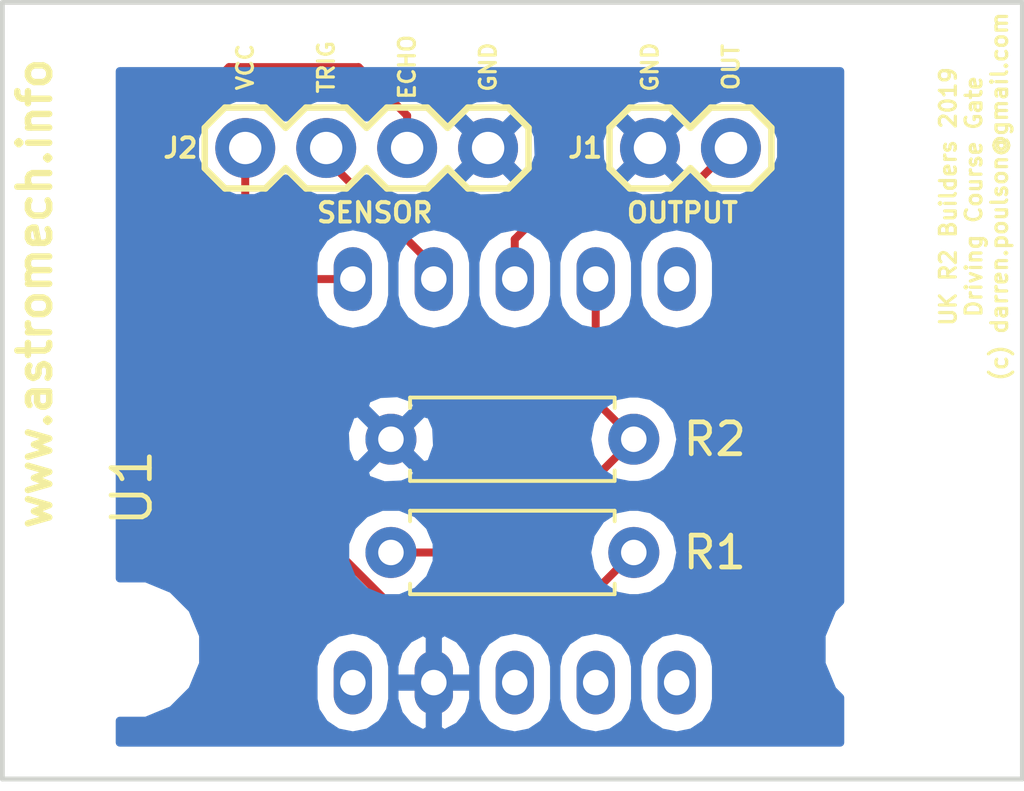
<source format=kicad_pcb>
(kicad_pcb (version 20171130) (host pcbnew 5.0.2-bee76a0~70~ubuntu18.04.1)

  (general
    (thickness 1.6)
    (drawings 12)
    (tracks 22)
    (zones 0)
    (modules 7)
    (nets 12)
  )

  (page A4)
  (layers
    (0 F.Cu signal)
    (31 B.Cu signal)
    (32 B.Adhes user)
    (33 F.Adhes user)
    (34 B.Paste user)
    (35 F.Paste user)
    (36 B.SilkS user)
    (37 F.SilkS user)
    (38 B.Mask user)
    (39 F.Mask user)
    (40 Dwgs.User user)
    (41 Cmts.User user)
    (42 Eco1.User user)
    (43 Eco2.User user)
    (44 Edge.Cuts user)
    (45 Margin user)
    (46 B.CrtYd user)
    (47 F.CrtYd user)
    (48 B.Fab user)
    (49 F.Fab user)
  )

  (setup
    (last_trace_width 0.25)
    (trace_clearance 0.2)
    (zone_clearance 0.508)
    (zone_45_only no)
    (trace_min 0.2)
    (segment_width 0.2)
    (edge_width 0.15)
    (via_size 0.8)
    (via_drill 0.4)
    (via_min_size 0.4)
    (via_min_drill 0.3)
    (uvia_size 0.3)
    (uvia_drill 0.1)
    (uvias_allowed no)
    (uvia_min_size 0.2)
    (uvia_min_drill 0.1)
    (pcb_text_width 0.3)
    (pcb_text_size 1.5 1.5)
    (mod_edge_width 0.15)
    (mod_text_size 1 1)
    (mod_text_width 0.15)
    (pad_size 1.524 1.524)
    (pad_drill 0.762)
    (pad_to_mask_clearance 0.051)
    (solder_mask_min_width 0.25)
    (aux_axis_origin 0 0)
    (visible_elements FFFFFF7F)
    (pcbplotparams
      (layerselection 0x010fc_ffffffff)
      (usegerberextensions false)
      (usegerberattributes false)
      (usegerberadvancedattributes false)
      (creategerberjobfile false)
      (excludeedgelayer true)
      (linewidth 0.100000)
      (plotframeref false)
      (viasonmask false)
      (mode 1)
      (useauxorigin false)
      (hpglpennumber 1)
      (hpglpenspeed 20)
      (hpglpendiameter 15.000000)
      (psnegative false)
      (psa4output false)
      (plotreference true)
      (plotvalue true)
      (plotinvisibletext false)
      (padsonsilk false)
      (subtractmaskfromsilk false)
      (outputformat 1)
      (mirror false)
      (drillshape 0)
      (scaleselection 1)
      (outputdirectory "/home/daz/"))
  )

  (net 0 "")
  (net 1 "Net-(J1-Pad1)")
  (net 2 "Net-(J1-Pad2)")
  (net 3 "Net-(J2-Pad1)")
  (net 4 "Net-(J2-Pad2)")
  (net 5 "Net-(J2-Pad3)")
  (net 6 "Net-(R1-Pad1)")
  (net 7 "Net-(U1-Pad1)")
  (net 8 "Net-(U1-Pad3)")
  (net 9 "Net-(U1-Pad4)")
  (net 10 "Net-(U1-Pad6)")
  (net 11 "Net-(U1-Pad5)")

  (net_class Default "This is the default net class."
    (clearance 0.2)
    (trace_width 0.25)
    (via_dia 0.8)
    (via_drill 0.4)
    (uvia_dia 0.3)
    (uvia_drill 0.1)
    (add_net "Net-(J1-Pad1)")
    (add_net "Net-(J1-Pad2)")
    (add_net "Net-(J2-Pad1)")
    (add_net "Net-(J2-Pad2)")
    (add_net "Net-(J2-Pad3)")
    (add_net "Net-(R1-Pad1)")
    (add_net "Net-(U1-Pad1)")
    (add_net "Net-(U1-Pad3)")
    (add_net "Net-(U1-Pad4)")
    (add_net "Net-(U1-Pad5)")
    (add_net "Net-(U1-Pad6)")
  )

  (module Mounting_Holes:MountingHole_3.2mm_M3 (layer F.Cu) (tedit 5CD89E13) (tstamp 5CD8A0B9)
    (at 147.828 94.996)
    (descr "Mounting Hole 3.2mm, no annular, M3")
    (tags "mounting hole 3.2mm no annular m3")
    (attr virtual)
    (fp_text reference "" (at 0 -4.2) (layer F.SilkS)
      (effects (font (size 1 1) (thickness 0.15)))
    )
    (fp_text value "" (at 0 4.2) (layer F.Fab)
      (effects (font (size 1 1) (thickness 0.15)))
    )
    (fp_circle (center 0 0) (end 3.45 0) (layer F.CrtYd) (width 0.05))
    (fp_circle (center 0 0) (end 3.2 0) (layer Cmts.User) (width 0.15))
    (fp_text user %R (at 0.3 0) (layer F.Fab)
      (effects (font (size 1 1) (thickness 0.15)))
    )
    (pad 1 np_thru_hole circle (at 0 0) (size 3.2 3.2) (drill 3.2) (layers *.Cu *.Mask))
  )

  (module Connectors2:1X02 (layer F.Cu) (tedit 5CD89BC5) (tstamp 5CDE4C11)
    (at 140.208 79.248)
    (descr "PLATED THROUGH HOLE")
    (tags "PLATED THROUGH HOLE")
    (path /5CD6E4CC)
    (attr virtual)
    (fp_text reference J1 (at -2.032 0) (layer F.SilkS)
      (effects (font (size 0.6096 0.6096) (thickness 0.127)))
    )
    (fp_text value OUTPUT (at 1.016 2.032) (layer F.SilkS)
      (effects (font (size 0.6096 0.6096) (thickness 0.127)))
    )
    (fp_line (start -0.635 -1.27) (end 0.635 -1.27) (layer F.SilkS) (width 0.2032))
    (fp_line (start 0.635 -1.27) (end 1.27 -0.635) (layer F.SilkS) (width 0.2032))
    (fp_line (start 1.27 0.635) (end 0.635 1.27) (layer F.SilkS) (width 0.2032))
    (fp_line (start 1.27 -0.635) (end 1.905 -1.27) (layer F.SilkS) (width 0.2032))
    (fp_line (start 1.905 -1.27) (end 3.175 -1.27) (layer F.SilkS) (width 0.2032))
    (fp_line (start 3.175 -1.27) (end 3.81 -0.635) (layer F.SilkS) (width 0.2032))
    (fp_line (start 3.81 0.635) (end 3.175 1.27) (layer F.SilkS) (width 0.2032))
    (fp_line (start 3.175 1.27) (end 1.905 1.27) (layer F.SilkS) (width 0.2032))
    (fp_line (start 1.905 1.27) (end 1.27 0.635) (layer F.SilkS) (width 0.2032))
    (fp_line (start -1.27 -0.635) (end -1.27 0.635) (layer F.SilkS) (width 0.2032))
    (fp_line (start -0.635 -1.27) (end -1.27 -0.635) (layer F.SilkS) (width 0.2032))
    (fp_line (start -1.27 0.635) (end -0.635 1.27) (layer F.SilkS) (width 0.2032))
    (fp_line (start 0.635 1.27) (end -0.635 1.27) (layer F.SilkS) (width 0.2032))
    (fp_line (start 3.81 -0.635) (end 3.81 0.635) (layer F.SilkS) (width 0.2032))
    (pad 1 thru_hole circle (at 0 0) (size 1.8796 1.8796) (drill 1.016) (layers *.Cu *.Mask)
      (net 1 "Net-(J1-Pad1)") (solder_mask_margin 0.1016))
    (pad 2 thru_hole circle (at 2.54 0) (size 1.8796 1.8796) (drill 1.016) (layers *.Cu *.Mask)
      (net 2 "Net-(J1-Pad2)") (solder_mask_margin 0.1016))
  )

  (module Connectors2:1X04 (layer F.Cu) (tedit 5963D2C6) (tstamp 5CDE4C33)
    (at 127.508 79.248)
    (descr "PLATED THROUGH HOLE - 4 PIN")
    (tags "PLATED THROUGH HOLE - 4 PIN")
    (path /5CD6E280)
    (attr virtual)
    (fp_text reference J2 (at -2.032 0) (layer F.SilkS)
      (effects (font (size 0.6096 0.6096) (thickness 0.127)))
    )
    (fp_text value SENSOR (at 4.064 2.032) (layer F.SilkS)
      (effects (font (size 0.6096 0.6096) (thickness 0.127)))
    )
    (fp_line (start 6.985 -1.27) (end 8.255 -1.27) (layer F.SilkS) (width 0.2032))
    (fp_line (start 8.255 -1.27) (end 8.89 -0.635) (layer F.SilkS) (width 0.2032))
    (fp_line (start 8.89 0.635) (end 8.255 1.27) (layer F.SilkS) (width 0.2032))
    (fp_line (start 3.81 -0.635) (end 4.445 -1.27) (layer F.SilkS) (width 0.2032))
    (fp_line (start 4.445 -1.27) (end 5.715 -1.27) (layer F.SilkS) (width 0.2032))
    (fp_line (start 5.715 -1.27) (end 6.35 -0.635) (layer F.SilkS) (width 0.2032))
    (fp_line (start 6.35 0.635) (end 5.715 1.27) (layer F.SilkS) (width 0.2032))
    (fp_line (start 5.715 1.27) (end 4.445 1.27) (layer F.SilkS) (width 0.2032))
    (fp_line (start 4.445 1.27) (end 3.81 0.635) (layer F.SilkS) (width 0.2032))
    (fp_line (start 6.985 -1.27) (end 6.35 -0.635) (layer F.SilkS) (width 0.2032))
    (fp_line (start 6.35 0.635) (end 6.985 1.27) (layer F.SilkS) (width 0.2032))
    (fp_line (start 8.255 1.27) (end 6.985 1.27) (layer F.SilkS) (width 0.2032))
    (fp_line (start -0.635 -1.27) (end 0.635 -1.27) (layer F.SilkS) (width 0.2032))
    (fp_line (start 0.635 -1.27) (end 1.27 -0.635) (layer F.SilkS) (width 0.2032))
    (fp_line (start 1.27 0.635) (end 0.635 1.27) (layer F.SilkS) (width 0.2032))
    (fp_line (start 1.27 -0.635) (end 1.905 -1.27) (layer F.SilkS) (width 0.2032))
    (fp_line (start 1.905 -1.27) (end 3.175 -1.27) (layer F.SilkS) (width 0.2032))
    (fp_line (start 3.175 -1.27) (end 3.81 -0.635) (layer F.SilkS) (width 0.2032))
    (fp_line (start 3.81 0.635) (end 3.175 1.27) (layer F.SilkS) (width 0.2032))
    (fp_line (start 3.175 1.27) (end 1.905 1.27) (layer F.SilkS) (width 0.2032))
    (fp_line (start 1.905 1.27) (end 1.27 0.635) (layer F.SilkS) (width 0.2032))
    (fp_line (start -1.27 -0.635) (end -1.27 0.635) (layer F.SilkS) (width 0.2032))
    (fp_line (start -0.635 -1.27) (end -1.27 -0.635) (layer F.SilkS) (width 0.2032))
    (fp_line (start -1.27 0.635) (end -0.635 1.27) (layer F.SilkS) (width 0.2032))
    (fp_line (start 0.635 1.27) (end -0.635 1.27) (layer F.SilkS) (width 0.2032))
    (fp_line (start 8.89 -0.635) (end 8.89 0.635) (layer F.SilkS) (width 0.2032))
    (pad 1 thru_hole circle (at 0 0) (size 1.8796 1.8796) (drill 1.016) (layers *.Cu *.Mask)
      (net 3 "Net-(J2-Pad1)") (solder_mask_margin 0.1016))
    (pad 2 thru_hole circle (at 2.54 0) (size 1.8796 1.8796) (drill 1.016) (layers *.Cu *.Mask)
      (net 4 "Net-(J2-Pad2)") (solder_mask_margin 0.1016))
    (pad 3 thru_hole circle (at 5.08 0) (size 1.8796 1.8796) (drill 1.016) (layers *.Cu *.Mask)
      (net 5 "Net-(J2-Pad3)") (solder_mask_margin 0.1016))
    (pad 4 thru_hole circle (at 7.62 0) (size 1.8796 1.8796) (drill 1.016) (layers *.Cu *.Mask)
      (net 1 "Net-(J1-Pad1)") (solder_mask_margin 0.1016))
  )

  (module Resistors_THT:R_Axial_DIN0207_L6.3mm_D2.5mm_P7.62mm_Horizontal (layer F.Cu) (tedit 5874F706) (tstamp 5CDE4C49)
    (at 132.08 91.948)
    (descr "Resistor, Axial_DIN0207 series, Axial, Horizontal, pin pitch=7.62mm, 0.25W = 1/4W, length*diameter=6.3*2.5mm^2, http://cdn-reichelt.de/documents/datenblatt/B400/1_4W%23YAG.pdf")
    (tags "Resistor Axial_DIN0207 series Axial Horizontal pin pitch 7.62mm 0.25W = 1/4W length 6.3mm diameter 2.5mm")
    (path /5CD6F01E)
    (fp_text reference R1 (at 10.16 0) (layer F.SilkS)
      (effects (font (size 1 1) (thickness 0.15)))
    )
    (fp_text value R (at 3.556 0) (layer F.Fab)
      (effects (font (size 1 1) (thickness 0.15)))
    )
    (fp_line (start 8.7 -1.6) (end -1.05 -1.6) (layer F.CrtYd) (width 0.05))
    (fp_line (start 8.7 1.6) (end 8.7 -1.6) (layer F.CrtYd) (width 0.05))
    (fp_line (start -1.05 1.6) (end 8.7 1.6) (layer F.CrtYd) (width 0.05))
    (fp_line (start -1.05 -1.6) (end -1.05 1.6) (layer F.CrtYd) (width 0.05))
    (fp_line (start 7.02 1.31) (end 7.02 0.98) (layer F.SilkS) (width 0.12))
    (fp_line (start 0.6 1.31) (end 7.02 1.31) (layer F.SilkS) (width 0.12))
    (fp_line (start 0.6 0.98) (end 0.6 1.31) (layer F.SilkS) (width 0.12))
    (fp_line (start 7.02 -1.31) (end 7.02 -0.98) (layer F.SilkS) (width 0.12))
    (fp_line (start 0.6 -1.31) (end 7.02 -1.31) (layer F.SilkS) (width 0.12))
    (fp_line (start 0.6 -0.98) (end 0.6 -1.31) (layer F.SilkS) (width 0.12))
    (fp_line (start 7.62 0) (end 6.96 0) (layer F.Fab) (width 0.1))
    (fp_line (start 0 0) (end 0.66 0) (layer F.Fab) (width 0.1))
    (fp_line (start 6.96 -1.25) (end 0.66 -1.25) (layer F.Fab) (width 0.1))
    (fp_line (start 6.96 1.25) (end 6.96 -1.25) (layer F.Fab) (width 0.1))
    (fp_line (start 0.66 1.25) (end 6.96 1.25) (layer F.Fab) (width 0.1))
    (fp_line (start 0.66 -1.25) (end 0.66 1.25) (layer F.Fab) (width 0.1))
    (pad 2 thru_hole oval (at 7.62 0) (size 1.6 1.6) (drill 0.8) (layers *.Cu *.Mask)
      (net 5 "Net-(J2-Pad3)"))
    (pad 1 thru_hole circle (at 0 0) (size 1.6 1.6) (drill 0.8) (layers *.Cu *.Mask)
      (net 6 "Net-(R1-Pad1)"))
    (model ${KISYS3DMOD}/Resistors_THT.3dshapes/R_Axial_DIN0207_L6.3mm_D2.5mm_P7.62mm_Horizontal.wrl
      (at (xyz 0 0 0))
      (scale (xyz 0.393701 0.393701 0.393701))
      (rotate (xyz 0 0 0))
    )
  )

  (module Resistors_THT:R_Axial_DIN0207_L6.3mm_D2.5mm_P7.62mm_Horizontal (layer F.Cu) (tedit 5CD89C9E) (tstamp 5CDE4C5F)
    (at 132.08 88.392)
    (descr "Resistor, Axial_DIN0207 series, Axial, Horizontal, pin pitch=7.62mm, 0.25W = 1/4W, length*diameter=6.3*2.5mm^2, http://cdn-reichelt.de/documents/datenblatt/B400/1_4W%23YAG.pdf")
    (tags "Resistor Axial_DIN0207 series Axial Horizontal pin pitch 7.62mm 0.25W = 1/4W length 6.3mm diameter 2.5mm")
    (path /5CD6F1E9)
    (fp_text reference R2 (at 10.16 0) (layer F.SilkS)
      (effects (font (size 1 1) (thickness 0.15)))
    )
    (fp_text value R (at 3.556 0) (layer F.Fab)
      (effects (font (size 1 1) (thickness 0.15)))
    )
    (fp_line (start 0.66 -1.25) (end 0.66 1.25) (layer F.Fab) (width 0.1))
    (fp_line (start 0.66 1.25) (end 6.96 1.25) (layer F.Fab) (width 0.1))
    (fp_line (start 6.96 1.25) (end 6.96 -1.25) (layer F.Fab) (width 0.1))
    (fp_line (start 6.96 -1.25) (end 0.66 -1.25) (layer F.Fab) (width 0.1))
    (fp_line (start 0 0) (end 0.66 0) (layer F.Fab) (width 0.1))
    (fp_line (start 7.62 0) (end 6.96 0) (layer F.Fab) (width 0.1))
    (fp_line (start 0.6 -0.98) (end 0.6 -1.31) (layer F.SilkS) (width 0.12))
    (fp_line (start 0.6 -1.31) (end 7.02 -1.31) (layer F.SilkS) (width 0.12))
    (fp_line (start 7.02 -1.31) (end 7.02 -0.98) (layer F.SilkS) (width 0.12))
    (fp_line (start 0.6 0.98) (end 0.6 1.31) (layer F.SilkS) (width 0.12))
    (fp_line (start 0.6 1.31) (end 7.02 1.31) (layer F.SilkS) (width 0.12))
    (fp_line (start 7.02 1.31) (end 7.02 0.98) (layer F.SilkS) (width 0.12))
    (fp_line (start -1.05 -1.6) (end -1.05 1.6) (layer F.CrtYd) (width 0.05))
    (fp_line (start -1.05 1.6) (end 8.7 1.6) (layer F.CrtYd) (width 0.05))
    (fp_line (start 8.7 1.6) (end 8.7 -1.6) (layer F.CrtYd) (width 0.05))
    (fp_line (start 8.7 -1.6) (end -1.05 -1.6) (layer F.CrtYd) (width 0.05))
    (pad 1 thru_hole circle (at 0 0) (size 1.6 1.6) (drill 0.8) (layers *.Cu *.Mask)
      (net 1 "Net-(J1-Pad1)"))
    (pad 2 thru_hole oval (at 7.62 0) (size 1.6 1.6) (drill 0.8) (layers *.Cu *.Mask)
      (net 6 "Net-(R1-Pad1)"))
    (model ${KISYS3DMOD}/Resistors_THT.3dshapes/R_Axial_DIN0207_L6.3mm_D2.5mm_P7.62mm_Horizontal.wrl
      (at (xyz 0 0 0))
      (scale (xyz 0.393701 0.393701 0.393701))
      (rotate (xyz 0 0 0))
    )
  )

  (module SW-Adafruit:Trinket (layer F.Cu) (tedit 584A9554) (tstamp 5CDE4C71)
    (at 135.965001 89.698001)
    (path /5CD6E0F0)
    (fp_text reference U1 (at -12.013001 0.217999 270) (layer F.SilkS)
      (effects (font (size 1.2 1.2) (thickness 0.15)))
    )
    (fp_text value Trinket (at -12.013001 -4.354001 90) (layer F.Fab)
      (effects (font (size 1.2 1.2) (thickness 0.15)))
    )
    (fp_line (start -13.97 7.835) (end 12.67 7.835) (layer F.CrtYd) (width 0.15))
    (fp_line (start 12.67 7.835) (end 12.67 -7.835) (layer F.CrtYd) (width 0.15))
    (fp_line (start 12.67 -7.835) (end -13.97 -7.835) (layer F.CrtYd) (width 0.15))
    (fp_line (start -13.97 -7.835) (end -13.97 7.835) (layer F.CrtYd) (width 0.15))
    (pad 10 thru_hole oval (at -5.08 -6.335) (size 1.2 2) (drill 0.8) (layers *.Cu *.Mask)
      (net 3 "Net-(J2-Pad1)"))
    (pad 1 thru_hole oval (at -5.08 6.335) (size 1.2 2) (drill 0.8) (layers *.Cu *.Mask)
      (net 7 "Net-(U1-Pad1)"))
    (pad 9 thru_hole oval (at -2.54 -6.335) (size 1.2 2) (drill 0.8) (layers *.Cu *.Mask)
      (net 4 "Net-(J2-Pad2)"))
    (pad 2 thru_hole oval (at -2.54 6.335) (size 1.2 2) (drill 0.8) (layers *.Cu *.Mask)
      (net 1 "Net-(J1-Pad1)"))
    (pad 8 thru_hole oval (at 0 -6.335) (size 1.2 2) (drill 0.8) (layers *.Cu *.Mask)
      (net 2 "Net-(J1-Pad2)"))
    (pad 3 thru_hole oval (at 0 6.335) (size 1.2 2) (drill 0.8) (layers *.Cu *.Mask)
      (net 8 "Net-(U1-Pad3)"))
    (pad 7 thru_hole oval (at 2.54 -6.335) (size 1.2 2) (drill 0.8) (layers *.Cu *.Mask)
      (net 6 "Net-(R1-Pad1)"))
    (pad 4 thru_hole oval (at 2.54 6.335) (size 1.2 2) (drill 0.8) (layers *.Cu *.Mask)
      (net 9 "Net-(U1-Pad4)"))
    (pad 6 thru_hole oval (at 5.08 -6.335) (size 1.2 2) (drill 0.8) (layers *.Cu *.Mask)
      (net 10 "Net-(U1-Pad6)"))
    (pad 5 thru_hole oval (at 5.08 6.335) (size 1.2 2) (drill 0.8) (layers *.Cu *.Mask)
      (net 11 "Net-(U1-Pad5)"))
  )

  (module Mounting_Holes:MountingHole_3.2mm_M3 (layer F.Cu) (tedit 5CD89E13) (tstamp 5CD89F7B)
    (at 123.952 94.996)
    (descr "Mounting Hole 3.2mm, no annular, M3")
    (tags "mounting hole 3.2mm no annular m3")
    (attr virtual)
    (fp_text reference "" (at 0 -4.2) (layer F.SilkS)
      (effects (font (size 1 1) (thickness 0.15)))
    )
    (fp_text value "" (at 0 4.2) (layer F.Fab)
      (effects (font (size 1 1) (thickness 0.15)))
    )
    (fp_text user %R (at 0.3 0) (layer F.Fab)
      (effects (font (size 1 1) (thickness 0.15)))
    )
    (fp_circle (center 0 0) (end 3.2 0) (layer Cmts.User) (width 0.15))
    (fp_circle (center 0 0) (end 3.45 0) (layer F.CrtYd) (width 0.05))
    (pad 1 np_thru_hole circle (at 0 0) (size 3.2 3.2) (drill 3.2) (layers *.Cu *.Mask))
  )

  (gr_text www.astromech.info (at 120.904 83.82 90) (layer F.SilkS)
    (effects (font (size 1 1) (thickness 0.2)))
  )
  (gr_text "UK R2 Builders 2019\nDriving Course Gate\n(c) darren.poulson@gmail.com" (at 150.368 80.772 90) (layer F.SilkS)
    (effects (font (size 0.5 0.5) (thickness 0.1)))
  )
  (gr_text GND (at 135.128 76.708 90) (layer F.SilkS) (tstamp 5CD89D09)
    (effects (font (size 0.5 0.5) (thickness 0.1)))
  )
  (gr_text ECHO (at 132.588 76.708 90) (layer F.SilkS) (tstamp 5CD89D09)
    (effects (font (size 0.5 0.5) (thickness 0.1)))
  )
  (gr_text TRIG (at 130.048 76.708 90) (layer F.SilkS) (tstamp 5CD89D09)
    (effects (font (size 0.5 0.5) (thickness 0.1)))
  )
  (gr_text VCC (at 127.508 76.708 90) (layer F.SilkS) (tstamp 5CD89D09)
    (effects (font (size 0.5 0.5) (thickness 0.1)))
  )
  (gr_text OUT (at 142.748 76.708 90) (layer F.SilkS) (tstamp 5CD89D09)
    (effects (font (size 0.5 0.5) (thickness 0.1)))
  )
  (gr_text GND (at 140.208 76.708 90) (layer F.SilkS)
    (effects (font (size 0.5 0.5) (thickness 0.1)))
  )
  (gr_line (start 119.888 99.06) (end 119.888 74.676) (layer Edge.Cuts) (width 0.15))
  (gr_line (start 151.892 99.06) (end 119.888 99.06) (layer Edge.Cuts) (width 0.15))
  (gr_line (start 151.892 74.676) (end 151.892 99.06) (layer Edge.Cuts) (width 0.15))
  (gr_line (start 119.888 74.676) (end 151.892 74.676) (layer Edge.Cuts) (width 0.15))

  (segment (start 135.965001 82.113001) (end 136.798002 81.28) (width 0.25) (layer F.Cu) (net 2))
  (segment (start 135.965001 83.363001) (end 135.965001 82.113001) (width 0.25) (layer F.Cu) (net 2))
  (segment (start 140.716 81.28) (end 142.748 79.248) (width 0.25) (layer F.Cu) (net 2))
  (segment (start 136.798002 81.28) (end 140.716 81.28) (width 0.25) (layer F.Cu) (net 2))
  (segment (start 130.885001 83.363001) (end 128.575001 83.363001) (width 0.25) (layer F.Cu) (net 3))
  (segment (start 128.575001 83.363001) (end 127.508 82.296) (width 0.25) (layer F.Cu) (net 3))
  (segment (start 127.508 82.296) (end 127.508 79.248) (width 0.25) (layer F.Cu) (net 3))
  (segment (start 130.048 79.586) (end 130.048 79.248) (width 0.25) (layer F.Cu) (net 4))
  (segment (start 133.425001 82.963001) (end 130.048 79.586) (width 0.25) (layer F.Cu) (net 4))
  (segment (start 133.425001 83.363001) (end 133.425001 82.963001) (width 0.25) (layer F.Cu) (net 4))
  (segment (start 131.064 76.708) (end 132.588 78.232) (width 0.25) (layer F.Cu) (net 5))
  (segment (start 132.446998 93.98) (end 125.476 87.009002) (width 0.25) (layer F.Cu) (net 5))
  (segment (start 132.588 78.232) (end 132.588 79.248) (width 0.25) (layer F.Cu) (net 5))
  (segment (start 125.476 87.009002) (end 125.476 78.232) (width 0.25) (layer F.Cu) (net 5))
  (segment (start 137.668 93.98) (end 132.446998 93.98) (width 0.25) (layer F.Cu) (net 5))
  (segment (start 127 76.708) (end 131.064 76.708) (width 0.25) (layer F.Cu) (net 5))
  (segment (start 139.7 91.948) (end 137.668 93.98) (width 0.25) (layer F.Cu) (net 5))
  (segment (start 125.476 78.232) (end 127 76.708) (width 0.25) (layer F.Cu) (net 5))
  (segment (start 138.505001 87.197001) (end 139.7 88.392) (width 0.25) (layer F.Cu) (net 6))
  (segment (start 138.505001 83.363001) (end 138.505001 87.197001) (width 0.25) (layer F.Cu) (net 6))
  (segment (start 136.144 91.948) (end 139.7 88.392) (width 0.25) (layer F.Cu) (net 6))
  (segment (start 132.08 91.948) (end 136.144 91.948) (width 0.25) (layer F.Cu) (net 6))

  (zone (net 1) (net_name "Net-(J1-Pad1)") (layer B.Cu) (tstamp 0) (hatch edge 0.508)
    (connect_pads (clearance 0.508))
    (min_thickness 0.254)
    (fill yes (arc_segments 16) (thermal_gap 0.508) (thermal_bridge_width 0.508))
    (polygon
      (pts
        (xy 123.444 76.708) (xy 146.304 76.708) (xy 146.304 98.044) (xy 123.444 98.044)
      )
    )
    (filled_polygon
      (pts
        (xy 146.177 93.486233) (xy 145.933259 93.729974) (xy 145.593 94.551431) (xy 145.593 95.440569) (xy 145.933259 96.262026)
        (xy 146.177 96.505767) (xy 146.177 97.917) (xy 123.571 97.917) (xy 123.571 97.231) (xy 124.396569 97.231)
        (xy 125.218026 96.890741) (xy 125.846741 96.262026) (xy 126.157674 95.511366) (xy 129.650001 95.511366) (xy 129.650001 96.554637)
        (xy 129.721657 96.914874) (xy 129.994617 97.323386) (xy 130.403129 97.596345) (xy 130.885001 97.692196) (xy 131.366874 97.596345)
        (xy 131.775386 97.323386) (xy 132.048345 96.914874) (xy 132.120001 96.554636) (xy 132.120001 96.160001) (xy 132.190001 96.160001)
        (xy 132.190001 96.560001) (xy 132.332611 97.022948) (xy 132.641527 97.396081) (xy 133.06972 97.622593) (xy 133.107392 97.626463)
        (xy 133.298001 97.501732) (xy 133.298001 96.160001) (xy 133.552001 96.160001) (xy 133.552001 97.501732) (xy 133.74261 97.626463)
        (xy 133.780282 97.622593) (xy 134.208475 97.396081) (xy 134.517391 97.022948) (xy 134.660001 96.560001) (xy 134.660001 96.160001)
        (xy 133.552001 96.160001) (xy 133.298001 96.160001) (xy 132.190001 96.160001) (xy 132.120001 96.160001) (xy 132.120001 95.511365)
        (xy 132.118935 95.506001) (xy 132.190001 95.506001) (xy 132.190001 95.906001) (xy 133.298001 95.906001) (xy 133.298001 94.56427)
        (xy 133.552001 94.56427) (xy 133.552001 95.906001) (xy 134.660001 95.906001) (xy 134.660001 95.511366) (xy 134.730001 95.511366)
        (xy 134.730001 96.554637) (xy 134.801657 96.914874) (xy 135.074617 97.323386) (xy 135.483129 97.596345) (xy 135.965001 97.692196)
        (xy 136.446874 97.596345) (xy 136.855386 97.323386) (xy 137.128345 96.914874) (xy 137.200001 96.554636) (xy 137.200001 95.511366)
        (xy 137.270001 95.511366) (xy 137.270001 96.554637) (xy 137.341657 96.914874) (xy 137.614617 97.323386) (xy 138.023129 97.596345)
        (xy 138.505001 97.692196) (xy 138.986874 97.596345) (xy 139.395386 97.323386) (xy 139.668345 96.914874) (xy 139.740001 96.554636)
        (xy 139.740001 95.511366) (xy 139.810001 95.511366) (xy 139.810001 96.554637) (xy 139.881657 96.914874) (xy 140.154617 97.323386)
        (xy 140.563129 97.596345) (xy 141.045001 97.692196) (xy 141.526874 97.596345) (xy 141.935386 97.323386) (xy 142.208345 96.914874)
        (xy 142.280001 96.554636) (xy 142.280001 95.511365) (xy 142.208345 95.151128) (xy 141.935386 94.742616) (xy 141.526873 94.469657)
        (xy 141.045001 94.373806) (xy 140.563128 94.469657) (xy 140.154616 94.742616) (xy 139.881657 95.151129) (xy 139.810001 95.511366)
        (xy 139.740001 95.511366) (xy 139.740001 95.511365) (xy 139.668345 95.151128) (xy 139.395386 94.742616) (xy 138.986873 94.469657)
        (xy 138.505001 94.373806) (xy 138.023128 94.469657) (xy 137.614616 94.742616) (xy 137.341657 95.151129) (xy 137.270001 95.511366)
        (xy 137.200001 95.511366) (xy 137.200001 95.511365) (xy 137.128345 95.151128) (xy 136.855386 94.742616) (xy 136.446873 94.469657)
        (xy 135.965001 94.373806) (xy 135.483128 94.469657) (xy 135.074616 94.742616) (xy 134.801657 95.151129) (xy 134.730001 95.511366)
        (xy 134.660001 95.511366) (xy 134.660001 95.506001) (xy 134.517391 95.043054) (xy 134.208475 94.669921) (xy 133.780282 94.443409)
        (xy 133.74261 94.439539) (xy 133.552001 94.56427) (xy 133.298001 94.56427) (xy 133.107392 94.439539) (xy 133.06972 94.443409)
        (xy 132.641527 94.669921) (xy 132.332611 95.043054) (xy 132.190001 95.506001) (xy 132.118935 95.506001) (xy 132.048345 95.151128)
        (xy 131.775386 94.742616) (xy 131.366873 94.469657) (xy 130.885001 94.373806) (xy 130.403128 94.469657) (xy 129.994616 94.742616)
        (xy 129.721657 95.151129) (xy 129.650001 95.511366) (xy 126.157674 95.511366) (xy 126.187 95.440569) (xy 126.187 94.551431)
        (xy 125.846741 93.729974) (xy 125.218026 93.101259) (xy 124.396569 92.761) (xy 123.571 92.761) (xy 123.571 91.662561)
        (xy 130.645 91.662561) (xy 130.645 92.233439) (xy 130.863466 92.760862) (xy 131.267138 93.164534) (xy 131.794561 93.383)
        (xy 132.365439 93.383) (xy 132.892862 93.164534) (xy 133.296534 92.760862) (xy 133.515 92.233439) (xy 133.515 91.948)
        (xy 138.236887 91.948) (xy 138.34826 92.507909) (xy 138.665423 92.982577) (xy 139.140091 93.29974) (xy 139.558667 93.383)
        (xy 139.841333 93.383) (xy 140.259909 93.29974) (xy 140.734577 92.982577) (xy 141.05174 92.507909) (xy 141.163113 91.948)
        (xy 141.05174 91.388091) (xy 140.734577 90.913423) (xy 140.259909 90.59626) (xy 139.841333 90.513) (xy 139.558667 90.513)
        (xy 139.140091 90.59626) (xy 138.665423 90.913423) (xy 138.34826 91.388091) (xy 138.236887 91.948) (xy 133.515 91.948)
        (xy 133.515 91.662561) (xy 133.296534 91.135138) (xy 132.892862 90.731466) (xy 132.365439 90.513) (xy 131.794561 90.513)
        (xy 131.267138 90.731466) (xy 130.863466 91.135138) (xy 130.645 91.662561) (xy 123.571 91.662561) (xy 123.571 89.399745)
        (xy 131.251861 89.399745) (xy 131.325995 89.645864) (xy 131.863223 89.838965) (xy 132.433454 89.811778) (xy 132.834005 89.645864)
        (xy 132.908139 89.399745) (xy 132.08 88.571605) (xy 131.251861 89.399745) (xy 123.571 89.399745) (xy 123.571 88.175223)
        (xy 130.633035 88.175223) (xy 130.660222 88.745454) (xy 130.826136 89.146005) (xy 131.072255 89.220139) (xy 131.900395 88.392)
        (xy 132.259605 88.392) (xy 133.087745 89.220139) (xy 133.333864 89.146005) (xy 133.526965 88.608777) (xy 133.51663 88.392)
        (xy 138.236887 88.392) (xy 138.34826 88.951909) (xy 138.665423 89.426577) (xy 139.140091 89.74374) (xy 139.558667 89.827)
        (xy 139.841333 89.827) (xy 140.259909 89.74374) (xy 140.734577 89.426577) (xy 141.05174 88.951909) (xy 141.163113 88.392)
        (xy 141.05174 87.832091) (xy 140.734577 87.357423) (xy 140.259909 87.04026) (xy 139.841333 86.957) (xy 139.558667 86.957)
        (xy 139.140091 87.04026) (xy 138.665423 87.357423) (xy 138.34826 87.832091) (xy 138.236887 88.392) (xy 133.51663 88.392)
        (xy 133.499778 88.038546) (xy 133.333864 87.637995) (xy 133.087745 87.563861) (xy 132.259605 88.392) (xy 131.900395 88.392)
        (xy 131.072255 87.563861) (xy 130.826136 87.637995) (xy 130.633035 88.175223) (xy 123.571 88.175223) (xy 123.571 87.384255)
        (xy 131.251861 87.384255) (xy 132.08 88.212395) (xy 132.908139 87.384255) (xy 132.834005 87.138136) (xy 132.296777 86.945035)
        (xy 131.726546 86.972222) (xy 131.325995 87.138136) (xy 131.251861 87.384255) (xy 123.571 87.384255) (xy 123.571 82.841366)
        (xy 129.650001 82.841366) (xy 129.650001 83.884637) (xy 129.721657 84.244874) (xy 129.994617 84.653386) (xy 130.403129 84.926345)
        (xy 130.885001 85.022196) (xy 131.366874 84.926345) (xy 131.775386 84.653386) (xy 132.048345 84.244874) (xy 132.120001 83.884636)
        (xy 132.120001 82.841366) (xy 132.190001 82.841366) (xy 132.190001 83.884637) (xy 132.261657 84.244874) (xy 132.534617 84.653386)
        (xy 132.943129 84.926345) (xy 133.425001 85.022196) (xy 133.906874 84.926345) (xy 134.315386 84.653386) (xy 134.588345 84.244874)
        (xy 134.660001 83.884636) (xy 134.660001 82.841366) (xy 134.730001 82.841366) (xy 134.730001 83.884637) (xy 134.801657 84.244874)
        (xy 135.074617 84.653386) (xy 135.483129 84.926345) (xy 135.965001 85.022196) (xy 136.446874 84.926345) (xy 136.855386 84.653386)
        (xy 137.128345 84.244874) (xy 137.200001 83.884636) (xy 137.200001 82.841366) (xy 137.270001 82.841366) (xy 137.270001 83.884637)
        (xy 137.341657 84.244874) (xy 137.614617 84.653386) (xy 138.023129 84.926345) (xy 138.505001 85.022196) (xy 138.986874 84.926345)
        (xy 139.395386 84.653386) (xy 139.668345 84.244874) (xy 139.740001 83.884636) (xy 139.740001 82.841366) (xy 139.810001 82.841366)
        (xy 139.810001 83.884637) (xy 139.881657 84.244874) (xy 140.154617 84.653386) (xy 140.563129 84.926345) (xy 141.045001 85.022196)
        (xy 141.526874 84.926345) (xy 141.935386 84.653386) (xy 142.208345 84.244874) (xy 142.280001 83.884636) (xy 142.280001 82.841365)
        (xy 142.208345 82.481128) (xy 141.935386 82.072616) (xy 141.526873 81.799657) (xy 141.045001 81.703806) (xy 140.563128 81.799657)
        (xy 140.154616 82.072616) (xy 139.881657 82.481129) (xy 139.810001 82.841366) (xy 139.740001 82.841366) (xy 139.740001 82.841365)
        (xy 139.668345 82.481128) (xy 139.395386 82.072616) (xy 138.986873 81.799657) (xy 138.505001 81.703806) (xy 138.023128 81.799657)
        (xy 137.614616 82.072616) (xy 137.341657 82.481129) (xy 137.270001 82.841366) (xy 137.200001 82.841366) (xy 137.200001 82.841365)
        (xy 137.128345 82.481128) (xy 136.855386 82.072616) (xy 136.446873 81.799657) (xy 135.965001 81.703806) (xy 135.483128 81.799657)
        (xy 135.074616 82.072616) (xy 134.801657 82.481129) (xy 134.730001 82.841366) (xy 134.660001 82.841366) (xy 134.660001 82.841365)
        (xy 134.588345 82.481128) (xy 134.315386 82.072616) (xy 133.906873 81.799657) (xy 133.425001 81.703806) (xy 132.943128 81.799657)
        (xy 132.534616 82.072616) (xy 132.261657 82.481129) (xy 132.190001 82.841366) (xy 132.120001 82.841366) (xy 132.120001 82.841365)
        (xy 132.048345 82.481128) (xy 131.775386 82.072616) (xy 131.366873 81.799657) (xy 130.885001 81.703806) (xy 130.403128 81.799657)
        (xy 129.994616 82.072616) (xy 129.721657 82.481129) (xy 129.650001 82.841366) (xy 123.571 82.841366) (xy 123.571 78.934753)
        (xy 125.9332 78.934753) (xy 125.9332 79.561247) (xy 126.172949 80.140052) (xy 126.615948 80.583051) (xy 127.194753 80.8228)
        (xy 127.821247 80.8228) (xy 128.400052 80.583051) (xy 128.778 80.205103) (xy 129.155948 80.583051) (xy 129.734753 80.8228)
        (xy 130.361247 80.8228) (xy 130.940052 80.583051) (xy 131.318 80.205103) (xy 131.695948 80.583051) (xy 132.274753 80.8228)
        (xy 132.901247 80.8228) (xy 133.480052 80.583051) (xy 133.706135 80.356968) (xy 134.198637 80.356968) (xy 134.289923 80.61758)
        (xy 134.877833 80.834045) (xy 135.503828 80.809049) (xy 135.966077 80.61758) (xy 136.057363 80.356968) (xy 139.278637 80.356968)
        (xy 139.369923 80.61758) (xy 139.957833 80.834045) (xy 140.583828 80.809049) (xy 141.046077 80.61758) (xy 141.137363 80.356968)
        (xy 140.208 79.427605) (xy 139.278637 80.356968) (xy 136.057363 80.356968) (xy 135.128 79.427605) (xy 134.198637 80.356968)
        (xy 133.706135 80.356968) (xy 133.920317 80.142786) (xy 134.019032 80.177363) (xy 134.948395 79.248) (xy 135.307605 79.248)
        (xy 136.236968 80.177363) (xy 136.49758 80.086077) (xy 136.714045 79.498167) (xy 136.694067 78.997833) (xy 138.621955 78.997833)
        (xy 138.646951 79.623828) (xy 138.83842 80.086077) (xy 139.099032 80.177363) (xy 140.028395 79.248) (xy 140.387605 79.248)
        (xy 141.316968 80.177363) (xy 141.415683 80.142786) (xy 141.855948 80.583051) (xy 142.434753 80.8228) (xy 143.061247 80.8228)
        (xy 143.640052 80.583051) (xy 144.083051 80.140052) (xy 144.3228 79.561247) (xy 144.3228 78.934753) (xy 144.083051 78.355948)
        (xy 143.640052 77.912949) (xy 143.061247 77.6732) (xy 142.434753 77.6732) (xy 141.855948 77.912949) (xy 141.415683 78.353214)
        (xy 141.316968 78.318637) (xy 140.387605 79.248) (xy 140.028395 79.248) (xy 139.099032 78.318637) (xy 138.83842 78.409923)
        (xy 138.621955 78.997833) (xy 136.694067 78.997833) (xy 136.689049 78.872172) (xy 136.49758 78.409923) (xy 136.236968 78.318637)
        (xy 135.307605 79.248) (xy 134.948395 79.248) (xy 134.019032 78.318637) (xy 133.920317 78.353214) (xy 133.706135 78.139032)
        (xy 134.198637 78.139032) (xy 135.128 79.068395) (xy 136.057363 78.139032) (xy 139.278637 78.139032) (xy 140.208 79.068395)
        (xy 141.137363 78.139032) (xy 141.046077 77.87842) (xy 140.458167 77.661955) (xy 139.832172 77.686951) (xy 139.369923 77.87842)
        (xy 139.278637 78.139032) (xy 136.057363 78.139032) (xy 135.966077 77.87842) (xy 135.378167 77.661955) (xy 134.752172 77.686951)
        (xy 134.289923 77.87842) (xy 134.198637 78.139032) (xy 133.706135 78.139032) (xy 133.480052 77.912949) (xy 132.901247 77.6732)
        (xy 132.274753 77.6732) (xy 131.695948 77.912949) (xy 131.318 78.290897) (xy 130.940052 77.912949) (xy 130.361247 77.6732)
        (xy 129.734753 77.6732) (xy 129.155948 77.912949) (xy 128.778 78.290897) (xy 128.400052 77.912949) (xy 127.821247 77.6732)
        (xy 127.194753 77.6732) (xy 126.615948 77.912949) (xy 126.172949 78.355948) (xy 125.9332 78.934753) (xy 123.571 78.934753)
        (xy 123.571 76.835) (xy 146.177 76.835)
      )
    )
  )
)

</source>
